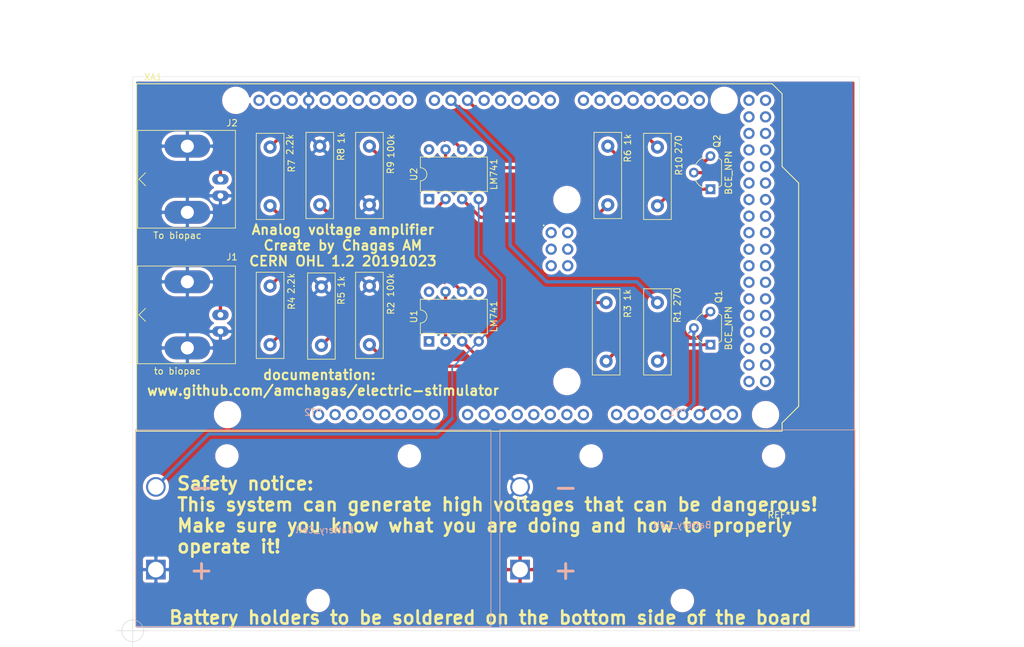
<source format=kicad_pcb>
(kicad_pcb (version 20171130) (host pcbnew 5.1.5-52549c5~84~ubuntu18.04.1)
  (layers (0 F.Cu signal) (31 B.Cu signal) (34 B.Paste user) (35 F.Paste user) (36 B.SilkS user) (37 F.SilkS user) (38 B.Mask user) (39 F.Mask user) (44 Edge.Cuts user))
  (net 0 "")
  (net 1 "Net-(BT1-Pad1)")
  (net 2 GND)
  (net 3 "Net-(BT2-Pad2)")
  (net 4 "Net-(J1-Pad1)")
  (net 5 "Net-(J2-Pad1)")
  (net 6 "Net-(Q1-Pad1)")
  (net 7 "Net-(Q1-Pad3)")
  (net 8 "Net-(Q1-Pad2)")
  (net 9 "Net-(Q2-Pad2)")
  (net 10 "Net-(Q2-Pad3)")
  (net 11 "Net-(Q2-Pad1)")
  (net 12 "Net-(R1-Pad2)")
  (net 13 "Net-(R3-Pad2)")
  (net 14 "Net-(R4-Pad1)")
  (net 15 "Net-(R6-Pad2)")
  (net 16 "Net-(R7-Pad1)")
  (net 17 "Net-(R10-Pad2)")
  (net 18 "Net-(U1-Pad1)")
  (net 19 "Net-(U1-Pad5)")
  (net 20 "Net-(U1-Pad8)")
  (net 21 "Net-(U2-Pad8)")
  (net 22 "Net-(U2-Pad5)")
  (net 23 "Net-(U2-Pad1)")
  (net 24 "Net-(XA1-PadRST2)")
  (net 25 "Net-(XA1-PadGND4)")
  (net 26 "Net-(XA1-PadMOSI)")
  (net 27 "Net-(XA1-PadSCK)")
  (net 28 "Net-(XA1-Pad5V2)")
  (net 29 "Net-(XA1-PadA0)")
  (net 30 "Net-(XA1-PadVIN)")
  (net 31 "Net-(XA1-PadGND3)")
  (net 32 "Net-(XA1-PadGND2)")
  (net 33 "Net-(XA1-Pad5V1)")
  (net 34 "Net-(XA1-Pad3V3)")
  (net 35 "Net-(XA1-PadRST1)")
  (net 36 "Net-(XA1-PadIORF)")
  (net 37 "Net-(XA1-PadD21)")
  (net 38 "Net-(XA1-PadD20)")
  (net 39 "Net-(XA1-PadD19)")
  (net 40 "Net-(XA1-PadD18)")
  (net 41 "Net-(XA1-PadD17)")
  (net 42 "Net-(XA1-PadD16)")
  (net 43 "Net-(XA1-PadD15)")
  (net 44 "Net-(XA1-PadD14)")
  (net 45 "Net-(XA1-PadD0)")
  (net 46 "Net-(XA1-PadD1)")
  (net 47 "Net-(XA1-PadD2)")
  (net 48 "Net-(XA1-PadD3)")
  (net 49 "Net-(XA1-PadD4)")
  (net 50 "Net-(XA1-PadD7)")
  (net 51 "Net-(XA1-PadD8)")
  (net 52 "Net-(XA1-PadD9)")
  (net 53 "Net-(XA1-PadD10)")
  (net 54 "Net-(XA1-PadSCL1)")
  (net 55 "Net-(XA1-PadSDA1)")
  (net 56 "Net-(XA1-PadAREF)")
  (net 57 "Net-(XA1-PadD13)")
  (net 58 "Net-(XA1-PadD12)")
  (net 59 "Net-(XA1-PadD11)")
  (net 60 "Net-(XA1-PadA1)")
  (net 61 "Net-(XA1-PadA2)")
  (net 62 "Net-(XA1-PadA3)")
  (net 63 "Net-(XA1-PadA4)")
  (net 64 "Net-(XA1-PadA5)")
  (net 65 "Net-(XA1-PadA6)")
  (net 66 "Net-(XA1-PadA7)")
  (net 67 "Net-(XA1-PadA8)")
  (net 68 "Net-(XA1-PadA9)")
  (net 69 "Net-(XA1-PadA10)")
  (net 70 "Net-(XA1-PadA11)")
  (net 71 "Net-(XA1-PadCANR)")
  (net 72 "Net-(XA1-PadCANT)")
  (net 73 "Net-(XA1-Pad5V3)")
  (net 74 "Net-(XA1-Pad5V4)")
  (net 75 "Net-(XA1-PadD22)")
  (net 76 "Net-(XA1-PadD23)")
  (net 77 "Net-(XA1-PadD24)")
  (net 78 "Net-(XA1-PadD25)")
  (net 79 "Net-(XA1-PadD26)")
  (net 80 "Net-(XA1-PadD27)")
  (net 81 "Net-(XA1-PadD28)")
  (net 82 "Net-(XA1-PadD29)")
  (net 83 "Net-(XA1-PadD30)")
  (net 84 "Net-(XA1-PadD31)")
  (net 85 "Net-(XA1-PadD32)")
  (net 86 "Net-(XA1-PadD33)")
  (net 87 "Net-(XA1-PadD34)")
  (net 88 "Net-(XA1-PadD35)")
  (net 89 "Net-(XA1-PadD36)")
  (net 90 "Net-(XA1-PadD37)")
  (net 91 "Net-(XA1-PadD38)")
  (net 92 "Net-(XA1-PadD39)")
  (net 93 "Net-(XA1-PadD40)")
  (net 94 "Net-(XA1-PadD41)")
  (net 95 "Net-(XA1-PadD42)")
  (net 96 "Net-(XA1-PadD43)")
  (net 97 "Net-(XA1-PadD44)")
  (net 98 "Net-(XA1-PadD45)")
  (net 99 "Net-(XA1-PadD46)")
  (net 100 "Net-(XA1-PadD47)")
  (net 101 "Net-(XA1-PadD48)")
  (net 102 "Net-(XA1-PadD49)")
  (net 103 "Net-(XA1-PadD50)")
  (net 104 "Net-(XA1-PadD51)")
  (net 105 "Net-(XA1-PadD52)")
  (net 106 "Net-(XA1-PadD53)")
  (net 107 "Net-(XA1-PadGND5)")
  (net 108 "Net-(XA1-PadGND6)")
  (net 109 "Net-(XA1-PadMISO)")
  (module Arduino:Arduino_Due_Shield (layer F.Cu) (at 80.085001 119.455001)
    (fp_text reference XA1 (at 2.54 -54.356) (layer F.SilkS))
    (fp_text value Arduino_Due_Shield)
    (fp_text user . (at 62.484 -32.004) (layer F.SilkS))
    (fp_line (start 0 -53.34) (end 0 0) (layer F.SilkS) (width 0.15))
    (fp_line (start 99.06 -40.64) (end 99.06 -51.816) (layer F.SilkS) (width 0.15))
    (fp_line (start 101.6 -38.1) (end 99.06 -40.64) (layer F.SilkS) (width 0.15))
    (fp_line (start 101.6 -3.81) (end 101.6 -38.1) (layer F.SilkS) (width 0.15))
    (fp_line (start 99.06 -1.27) (end 101.6 -3.81) (layer F.SilkS) (width 0.15))
    (fp_line (start 99.06 0) (end 99.06 -1.27) (layer F.SilkS) (width 0.15))
    (fp_line (start 97.536 -53.34) (end 99.06 -51.816) (layer F.SilkS) (width 0.15))
    (fp_line (start 0 0) (end 99.06 0) (layer F.SilkS) (width 0.15))
    (fp_line (start 0 -53.34) (end 97.536 -53.34) (layer F.SilkS) (width 0.15))
    (pad RST2 thru_hole oval (at 63.627 -25.4) (size 1.7272 1.7272) (drill 1.016) (layers *.Cu *.Mask) (net 24 "Net-(XA1-PadRST2)"))
    (pad GND4 thru_hole oval (at 66.167 -25.4) (size 1.7272 1.7272) (drill 1.016) (layers *.Cu *.Mask) (net 25 "Net-(XA1-PadGND4)"))
    (pad MOSI thru_hole oval (at 66.167 -27.94) (size 1.7272 1.7272) (drill 1.016) (layers *.Cu *.Mask) (net 26 "Net-(XA1-PadMOSI)"))
    (pad SCK thru_hole oval (at 63.627 -27.94) (size 1.7272 1.7272) (drill 1.016) (layers *.Cu *.Mask) (net 27 "Net-(XA1-PadSCK)"))
    (pad 5V2 thru_hole oval (at 66.167 -30.48) (size 1.7272 1.7272) (drill 1.016) (layers *.Cu *.Mask) (net 28 "Net-(XA1-Pad5V2)"))
    (pad A0 thru_hole oval (at 50.8 -2.54) (size 1.7272 1.7272) (drill 1.016) (layers *.Cu *.Mask) (net 29 "Net-(XA1-PadA0)"))
    (pad VIN thru_hole oval (at 45.72 -2.54) (size 1.7272 1.7272) (drill 1.016) (layers *.Cu *.Mask) (net 30 "Net-(XA1-PadVIN)"))
    (pad GND3 thru_hole oval (at 43.18 -2.54) (size 1.7272 1.7272) (drill 1.016) (layers *.Cu *.Mask) (net 31 "Net-(XA1-PadGND3)"))
    (pad GND2 thru_hole oval (at 40.64 -2.54) (size 1.7272 1.7272) (drill 1.016) (layers *.Cu *.Mask) (net 32 "Net-(XA1-PadGND2)"))
    (pad 5V1 thru_hole oval (at 38.1 -2.54) (size 1.7272 1.7272) (drill 1.016) (layers *.Cu *.Mask) (net 33 "Net-(XA1-Pad5V1)"))
    (pad 3V3 thru_hole oval (at 35.56 -2.54) (size 1.7272 1.7272) (drill 1.016) (layers *.Cu *.Mask) (net 34 "Net-(XA1-Pad3V3)"))
    (pad RST1 thru_hole oval (at 33.02 -2.54) (size 1.7272 1.7272) (drill 1.016) (layers *.Cu *.Mask) (net 35 "Net-(XA1-PadRST1)"))
    (pad IORF thru_hole oval (at 30.48 -2.54) (size 1.7272 1.7272) (drill 1.016) (layers *.Cu *.Mask) (net 36 "Net-(XA1-PadIORF)"))
    (pad D21 thru_hole oval (at 86.36 -50.8) (size 1.7272 1.7272) (drill 1.016) (layers *.Cu *.Mask) (net 37 "Net-(XA1-PadD21)"))
    (pad D20 thru_hole oval (at 83.82 -50.8) (size 1.7272 1.7272) (drill 1.016) (layers *.Cu *.Mask) (net 38 "Net-(XA1-PadD20)"))
    (pad D19 thru_hole oval (at 81.28 -50.8) (size 1.7272 1.7272) (drill 1.016) (layers *.Cu *.Mask) (net 39 "Net-(XA1-PadD19)"))
    (pad D18 thru_hole oval (at 78.74 -50.8) (size 1.7272 1.7272) (drill 1.016) (layers *.Cu *.Mask) (net 40 "Net-(XA1-PadD18)"))
    (pad D17 thru_hole oval (at 76.2 -50.8) (size 1.7272 1.7272) (drill 1.016) (layers *.Cu *.Mask) (net 41 "Net-(XA1-PadD17)"))
    (pad D16 thru_hole oval (at 73.66 -50.8) (size 1.7272 1.7272) (drill 1.016) (layers *.Cu *.Mask) (net 42 "Net-(XA1-PadD16)"))
    (pad D15 thru_hole oval (at 71.12 -50.8) (size 1.7272 1.7272) (drill 1.016) (layers *.Cu *.Mask) (net 43 "Net-(XA1-PadD15)"))
    (pad D14 thru_hole oval (at 68.58 -50.8) (size 1.7272 1.7272) (drill 1.016) (layers *.Cu *.Mask) (net 44 "Net-(XA1-PadD14)"))
    (pad D0 thru_hole oval (at 63.5 -50.8) (size 1.7272 1.7272) (drill 1.016) (layers *.Cu *.Mask) (net 45 "Net-(XA1-PadD0)"))
    (pad D1 thru_hole oval (at 60.96 -50.8) (size 1.7272 1.7272) (drill 1.016) (layers *.Cu *.Mask) (net 46 "Net-(XA1-PadD1)"))
    (pad D2 thru_hole oval (at 58.42 -50.8) (size 1.7272 1.7272) (drill 1.016) (layers *.Cu *.Mask) (net 47 "Net-(XA1-PadD2)"))
    (pad D3 thru_hole oval (at 55.88 -50.8) (size 1.7272 1.7272) (drill 1.016) (layers *.Cu *.Mask) (net 48 "Net-(XA1-PadD3)"))
    (pad D4 thru_hole oval (at 53.34 -50.8) (size 1.7272 1.7272) (drill 1.016) (layers *.Cu *.Mask) (net 49 "Net-(XA1-PadD4)"))
    (pad D5 thru_hole oval (at 50.8 -50.8) (size 1.7272 1.7272) (drill 1.016) (layers *.Cu *.Mask) (net 17 "Net-(R10-Pad2)"))
    (pad D6 thru_hole oval (at 48.26 -50.8) (size 1.7272 1.7272) (drill 1.016) (layers *.Cu *.Mask) (net 12 "Net-(R1-Pad2)"))
    (pad D7 thru_hole oval (at 45.72 -50.8) (size 1.7272 1.7272) (drill 1.016) (layers *.Cu *.Mask) (net 50 "Net-(XA1-PadD7)"))
    (pad GND1 thru_hole oval (at 26.416 -50.8) (size 1.7272 1.7272) (drill 1.016) (layers *.Cu *.Mask) (net 2 GND))
    (pad D8 thru_hole oval (at 41.656 -50.8) (size 1.7272 1.7272) (drill 1.016) (layers *.Cu *.Mask) (net 51 "Net-(XA1-PadD8)"))
    (pad D9 thru_hole oval (at 39.116 -50.8) (size 1.7272 1.7272) (drill 1.016) (layers *.Cu *.Mask) (net 52 "Net-(XA1-PadD9)"))
    (pad D10 thru_hole oval (at 36.576 -50.8) (size 1.7272 1.7272) (drill 1.016) (layers *.Cu *.Mask) (net 53 "Net-(XA1-PadD10)"))
    (pad "" np_thru_hole circle (at 66.04 -7.62) (size 3.2 3.2) (drill 3.2) (layers *.Cu *.Mask))
    (pad "" np_thru_hole circle (at 66.04 -35.56) (size 3.2 3.2) (drill 3.2) (layers *.Cu *.Mask))
    (pad "" np_thru_hole circle (at 90.17 -50.8) (size 3.2 3.2) (drill 3.2) (layers *.Cu *.Mask))
    (pad "" np_thru_hole circle (at 15.24 -50.8) (size 3.2 3.2) (drill 3.2) (layers *.Cu *.Mask))
    (pad "" np_thru_hole circle (at 96.52 -2.54) (size 3.2 3.2) (drill 3.2) (layers *.Cu *.Mask))
    (pad "" np_thru_hole circle (at 13.97 -2.54) (size 3.2 3.2) (drill 3.2) (layers *.Cu *.Mask))
    (pad SCL1 thru_hole oval (at 18.796 -50.8) (size 1.7272 1.7272) (drill 1.016) (layers *.Cu *.Mask) (net 54 "Net-(XA1-PadSCL1)"))
    (pad SDA1 thru_hole oval (at 21.336 -50.8) (size 1.7272 1.7272) (drill 1.016) (layers *.Cu *.Mask) (net 55 "Net-(XA1-PadSDA1)"))
    (pad AREF thru_hole oval (at 23.876 -50.8) (size 1.7272 1.7272) (drill 1.016) (layers *.Cu *.Mask) (net 56 "Net-(XA1-PadAREF)"))
    (pad D13 thru_hole oval (at 28.956 -50.8) (size 1.7272 1.7272) (drill 1.016) (layers *.Cu *.Mask) (net 57 "Net-(XA1-PadD13)"))
    (pad D12 thru_hole oval (at 31.496 -50.8) (size 1.7272 1.7272) (drill 1.016) (layers *.Cu *.Mask) (net 58 "Net-(XA1-PadD12)"))
    (pad D11 thru_hole oval (at 34.036 -50.8) (size 1.7272 1.7272) (drill 1.016) (layers *.Cu *.Mask) (net 59 "Net-(XA1-PadD11)"))
    (pad "" thru_hole oval (at 27.94 -2.54) (size 1.7272 1.7272) (drill 1.016) (layers *.Cu *.Mask))
    (pad A1 thru_hole oval (at 53.34 -2.54) (size 1.7272 1.7272) (drill 1.016) (layers *.Cu *.Mask) (net 60 "Net-(XA1-PadA1)"))
    (pad A2 thru_hole oval (at 55.88 -2.54) (size 1.7272 1.7272) (drill 1.016) (layers *.Cu *.Mask) (net 61 "Net-(XA1-PadA2)"))
    (pad A3 thru_hole oval (at 58.42 -2.54) (size 1.7272 1.7272) (drill 1.016) (layers *.Cu *.Mask) (net 62 "Net-(XA1-PadA3)"))
    (pad A4 thru_hole oval (at 60.96 -2.54) (size 1.7272 1.7272) (drill 1.016) (layers *.Cu *.Mask) (net 63 "Net-(XA1-PadA4)"))
    (pad A5 thru_hole oval (at 63.5 -2.54) (size 1.7272 1.7272) (drill 1.016) (layers *.Cu *.Mask) (net 64 "Net-(XA1-PadA5)"))
    (pad A6 thru_hole oval (at 66.04 -2.54) (size 1.7272 1.7272) (drill 1.016) (layers *.Cu *.Mask) (net 65 "Net-(XA1-PadA6)"))
    (pad A7 thru_hole oval (at 68.58 -2.54) (size 1.7272 1.7272) (drill 1.016) (layers *.Cu *.Mask) (net 66 "Net-(XA1-PadA7)"))
    (pad A8 thru_hole oval (at 73.66 -2.54) (size 1.7272 1.7272) (drill 1.016) (layers *.Cu *.Mask) (net 67 "Net-(XA1-PadA8)"))
    (pad A9 thru_hole oval (at 76.2 -2.54) (size 1.7272 1.7272) (drill 1.016) (layers *.Cu *.Mask) (net 68 "Net-(XA1-PadA9)"))
    (pad A10 thru_hole oval (at 78.74 -2.54) (size 1.7272 1.7272) (drill 1.016) (layers *.Cu *.Mask) (net 69 "Net-(XA1-PadA10)"))
    (pad A11 thru_hole oval (at 81.28 -2.54) (size 1.7272 1.7272) (drill 1.016) (layers *.Cu *.Mask) (net 70 "Net-(XA1-PadA11)"))
    (pad DAC0 thru_hole oval (at 83.82 -2.54) (size 1.7272 1.7272) (drill 1.016) (layers *.Cu *.Mask) (net 8 "Net-(Q1-Pad2)"))
    (pad DAC1 thru_hole oval (at 86.36 -2.54) (size 1.7272 1.7272) (drill 1.016) (layers *.Cu *.Mask) (net 9 "Net-(Q2-Pad2)"))
    (pad CANR thru_hole oval (at 88.9 -2.54) (size 1.7272 1.7272) (drill 1.016) (layers *.Cu *.Mask) (net 71 "Net-(XA1-PadCANR)"))
    (pad CANT thru_hole oval (at 91.44 -2.54) (size 1.7272 1.7272) (drill 1.016) (layers *.Cu *.Mask) (net 72 "Net-(XA1-PadCANT)"))
    (pad 5V3 thru_hole oval (at 93.98 -50.8) (size 1.7272 1.7272) (drill 1.016) (layers *.Cu *.Mask) (net 73 "Net-(XA1-Pad5V3)"))
    (pad 5V4 thru_hole oval (at 96.52 -50.8) (size 1.7272 1.7272) (drill 1.016) (layers *.Cu *.Mask) (net 74 "Net-(XA1-Pad5V4)"))
    (pad D22 thru_hole oval (at 93.98 -48.26) (size 1.7272 1.7272) (drill 1.016) (layers *.Cu *.Mask) (net 75 "Net-(XA1-PadD22)"))
    (pad D23 thru_hole oval (at 96.52 -48.26) (size 1.7272 1.7272) (drill 1.016) (layers *.Cu *.Mask) (net 76 "Net-(XA1-PadD23)"))
    (pad D24 thru_hole oval (at 93.98 -45.72) (size 1.7272 1.7272) (drill 1.016) (layers *.Cu *.Mask) (net 77 "Net-(XA1-PadD24)"))
    (pad D25 thru_hole oval (at 96.52 -45.72) (size 1.7272 1.7272) (drill 1.016) (layers *.Cu *.Mask) (net 78 "Net-(XA1-PadD25)"))
    (pad D26 thru_hole oval (at 93.98 -43.18) (size 1.7272 1.7272) (drill 1.016) (layers *.Cu *.Mask) (net 79 "Net-(XA1-PadD26)"))
    (pad D27 thru_hole oval (at 96.52 -43.18) (size 1.7272 1.7272) (drill 1.016) (layers *.Cu *.Mask) (net 80 "Net-(XA1-PadD27)"))
    (pad D28 thru_hole oval (at 93.98 -40.64) (size 1.7272 1.7272) (drill 1.016) (layers *.Cu *.Mask) (net 81 "Net-(XA1-PadD28)"))
    (pad D29 thru_hole oval (at 96.52 -40.64) (size 1.7272 1.7272) (drill 1.016) (layers *.Cu *.Mask) (net 82 "Net-(XA1-PadD29)"))
    (pad D30 thru_hole oval (at 93.98 -38.1) (size 1.7272 1.7272) (drill 1.016) (layers *.Cu *.Mask) (net 83 "Net-(XA1-PadD30)"))
    (pad D31 thru_hole oval (at 96.52 -38.1) (size 1.7272 1.7272) (drill 1.016) (layers *.Cu *.Mask) (net 84 "Net-(XA1-PadD31)"))
    (pad D32 thru_hole oval (at 93.98 -35.56) (size 1.7272 1.7272) (drill 1.016) (layers *.Cu *.Mask) (net 85 "Net-(XA1-PadD32)"))
    (pad D33 thru_hole oval (at 96.52 -35.56) (size 1.7272 1.7272) (drill 1.016) (layers *.Cu *.Mask) (net 86 "Net-(XA1-PadD33)"))
    (pad D34 thru_hole oval (at 93.98 -33.02) (size 1.7272 1.7272) (drill 1.016) (layers *.Cu *.Mask) (net 87 "Net-(XA1-PadD34)"))
    (pad D35 thru_hole oval (at 96.52 -33.02) (size 1.7272 1.7272) (drill 1.016) (layers *.Cu *.Mask) (net 88 "Net-(XA1-PadD35)"))
    (pad D36 thru_hole oval (at 93.98 -30.48) (size 1.7272 1.7272) (drill 1.016) (layers *.Cu *.Mask) (net 89 "Net-(XA1-PadD36)"))
    (pad D37 thru_hole oval (at 96.52 -30.48) (size 1.7272 1.7272) (drill 1.016) (layers *.Cu *.Mask) (net 90 "Net-(XA1-PadD37)"))
    (pad D38 thru_hole oval (at 93.98 -27.94) (size 1.7272 1.7272) (drill 1.016) (layers *.Cu *.Mask) (net 91 "Net-(XA1-PadD38)"))
    (pad D39 thru_hole oval (at 96.52 -27.94) (size 1.7272 1.7272) (drill 1.016) (layers *.Cu *.Mask) (net 92 "Net-(XA1-PadD39)"))
    (pad D40 thru_hole oval (at 93.98 -25.4) (size 1.7272 1.7272) (drill 1.016) (layers *.Cu *.Mask) (net 93 "Net-(XA1-PadD40)"))
    (pad D41 thru_hole oval (at 96.52 -25.4) (size 1.7272 1.7272) (drill 1.016) (layers *.Cu *.Mask) (net 94 "Net-(XA1-PadD41)"))
    (pad D42 thru_hole oval (at 93.98 -22.86) (size 1.7272 1.7272) (drill 1.016) (layers *.Cu *.Mask) (net 95 "Net-(XA1-PadD42)"))
    (pad D43 thru_hole oval (at 96.52 -22.86) (size 1.7272 1.7272) (drill 1.016) (layers *.Cu *.Mask) (net 96 "Net-(XA1-PadD43)"))
    (pad D44 thru_hole oval (at 93.98 -20.32) (size 1.7272 1.7272) (drill 1.016) (layers *.Cu *.Mask) (net 97 "Net-(XA1-PadD44)"))
    (pad D45 thru_hole oval (at 96.52 -20.32) (size 1.7272 1.7272) (drill 1.016) (layers *.Cu *.Mask) (net 98 "Net-(XA1-PadD45)"))
    (pad D46 thru_hole oval (at 93.98 -17.78) (size 1.7272 1.7272) (drill 1.016) (layers *.Cu *.Mask) (net 99 "Net-(XA1-PadD46)"))
    (pad D47 thru_hole oval (at 96.52 -17.78) (size 1.7272 1.7272) (drill 1.016) (layers *.Cu *.Mask) (net 100 "Net-(XA1-PadD47)"))
    (pad D48 thru_hole oval (at 93.98 -15.24) (size 1.7272 1.7272) (drill 1.016) (layers *.Cu *.Mask) (net 101 "Net-(XA1-PadD48)"))
    (pad D49 thru_hole oval (at 96.52 -15.24) (size 1.7272 1.7272) (drill 1.016) (layers *.Cu *.Mask) (net 102 "Net-(XA1-PadD49)"))
    (pad D50 thru_hole oval (at 93.98 -12.7) (size 1.7272 1.7272) (drill 1.016) (layers *.Cu *.Mask) (net 103 "Net-(XA1-PadD50)"))
    (pad D51 thru_hole oval (at 96.52 -12.7) (size 1.7272 1.7272) (drill 1.016) (layers *.Cu *.Mask) (net 104 "Net-(XA1-PadD51)"))
    (pad D52 thru_hole oval (at 93.98 -10.16) (size 1.7272 1.7272) (drill 1.016) (layers *.Cu *.Mask) (net 105 "Net-(XA1-PadD52)"))
    (pad D53 thru_hole oval (at 96.52 -10.16) (size 1.7272 1.7272) (drill 1.016) (layers *.Cu *.Mask) (net 106 "Net-(XA1-PadD53)"))
    (pad GND5 thru_hole oval (at 93.98 -7.62) (size 1.7272 1.7272) (drill 1.016) (layers *.Cu *.Mask) (net 107 "Net-(XA1-PadGND5)"))
    (pad GND6 thru_hole oval (at 96.52 -7.62) (size 1.7272 1.7272) (drill 1.016) (layers *.Cu *.Mask) (net 108 "Net-(XA1-PadGND6)"))
    (pad MISO thru_hole oval (at 63.627 -30.48) (size 1.7272 1.7272) (drill 1.016) (layers *.Cu *.Mask) (net 109 "Net-(XA1-PadMISO)"))
  )
  (module Symbol:Symbol_Highvoltage_Type2_CopperTop_Small (layer F.Cu) (at 179.07 142.494)
    (fp_text reference REF** (at 0 -10.16) (layer F.SilkS))
    (fp_text value Symbol_Highvoltage_Type2_CopperTop_Small)
    (fp_line (start -1.143 1.397) (end -1.27 0.889) (layer F.Cu) (width 0.381))
    (fp_line (start 0 -0.889) (end -1.143 1.397) (layer F.Cu) (width 0.381))
    (fp_line (start -1.397 -0.889) (end 0 -0.889) (layer F.Cu) (width 0.381))
    (fp_line (start 0.127 -3.175) (end -1.397 -0.889) (layer F.Cu) (width 0.381))
    (fp_line (start 0.381 -2.794) (end 0.254 -3.302) (layer F.Cu) (width 0.381))
    (fp_line (start 1.143 -3.302) (end 0.381 -2.794) (layer F.Cu) (width 0.381))
    (fp_line (start -0.635 -1.27) (end 1.143 -3.302) (layer F.Cu) (width 0.381))
    (fp_line (start 0.635 -1.27) (end -0.635 -1.27) (layer F.Cu) (width 0.381))
    (fp_line (start -1.143 1.524) (end 0.635 -1.27) (layer F.Cu) (width 0.381))
    (fp_line (start -0.635 1.27) (end -1.143 1.524) (layer F.Cu) (width 0.381))
    (fp_line (start -1.397 1.905) (end -0.635 1.27) (layer F.Cu) (width 0.381))
    (fp_line (start -1.27 0.889) (end -1.397 1.905) (layer F.Cu) (width 0.381))
    (fp_line (start -1.016 -1.016) (end 0.254 -1.016) (layer F.Cu) (width 0.381))
    (fp_line (start 0.381 -2.921) (end -1.016 -1.016) (layer F.Cu) (width 0.381))
    (fp_line (start -8.89 3.81) (end 0 -7.62) (layer F.Cu) (width 1.27))
    (fp_line (start 8.89 3.81) (end -8.89 3.81) (layer F.Cu) (width 1.27))
    (fp_line (start 0 -7.62) (end 8.89 3.81) (layer F.Cu) (width 1.27))
  )
  (module Battery:BatteryHolder_Eagle_12BH611-GR (layer B.Cu) (at 138.938 140.716 180)
    (fp_text reference BT1 (at -24.13 24.13) (layer B.SilkS) (effects (justify mirror)))
    (fp_text value Battery_Cell (at -24.892 6.858) (layer B.SilkS) (effects (justify mirror)))
    (fp_text user - (at -7 12.7) (layer B.SilkS) (effects (font (size 3 3) (thickness 0.45)) (justify mirror)))
    (fp_text user + (at -7 0) (layer B.SilkS) (effects (font (size 3 3) (thickness 0.45)) (justify mirror)))
    (fp_line (start -51.4 -8.75) (end -51.4 21.45) (layer B.SilkS) (width 0.12))
    (fp_line (start 3.1 -8.75) (end -51.4 -8.75) (layer B.SilkS) (width 0.12))
    (fp_line (start 3.1 21.45) (end 3.1 -8.75) (layer B.SilkS) (width 0.12))
    (fp_line (start -51.4 21.45) (end 3.1 21.45) (layer B.SilkS) (width 0.12))
    (pad "" np_thru_hole circle (at -24.9 -4.75 180) (size 2.6 2.6) (drill 2.6) (layers *.Cu *.Mask))
    (pad "" np_thru_hole circle (at -38.9 17.45 180) (size 2.6 2.6) (drill 2.6) (layers *.Cu *.Mask))
    (pad "" np_thru_hole circle (at -10.9 17.45 180) (size 2.6 2.6) (drill 2.6) (layers *.Cu *.Mask))
    (pad 1 thru_hole rect (at 0 0 180) (size 3 3) (drill 2.4) (layers *.Cu *.Mask) (net 1 "Net-(BT1-Pad1)"))
    (pad 2 thru_hole circle (at 0 12.7 180) (size 3 3) (drill 2.4) (layers *.Cu *.Mask) (net 2 GND))
  )
  (module Resistor_THT:R_Box_L13.0mm_W4.0mm_P9.00mm (layer F.Cu) (at 108.204 75.692 270)
    (fp_text reference R8 (at 1.27 -3.25 90) (layer F.SilkS))
    (fp_text value 1k (at -1.27 -3.302 90) (layer F.SilkS))
    (fp_line (start 11.12 -2.12) (end 11.12 2.12) (layer F.SilkS) (width 0.12))
    (fp_line (start -2.12 -2.12) (end -2.12 2.12) (layer F.SilkS) (width 0.12))
    (fp_line (start -2.12 2.12) (end 11.12 2.12) (layer F.SilkS) (width 0.12))
    (fp_line (start -2.12 -2.12) (end 11.12 -2.12) (layer F.SilkS) (width 0.12))
    (pad 2 thru_hole circle (at 9 0 270) (size 2 2) (drill 1) (layers *.Cu *.Mask) (net 16 "Net-(R7-Pad1)"))
    (pad 1 thru_hole circle (at 0 0 270) (size 2 2) (drill 1) (layers *.Cu *.Mask) (net 2 GND))
  )
  (module Battery:BatteryHolder_Eagle_12BH611-GR (layer B.Cu) (at 83.058 140.716 180)
    (fp_text reference BT2 (at -24.13 24.13) (layer B.SilkS) (effects (justify mirror)))
    (fp_text value Battery_Cell (at -25.908 6.096 180) (layer B.SilkS) (effects (justify mirror)))
    (fp_line (start -51.4 21.45) (end 3.1 21.45) (layer B.SilkS) (width 0.12))
    (fp_line (start 3.1 21.45) (end 3.1 -8.75) (layer B.SilkS) (width 0.12))
    (fp_line (start 3.1 -8.75) (end -51.4 -8.75) (layer B.SilkS) (width 0.12))
    (fp_line (start -51.4 -8.75) (end -51.4 21.45) (layer B.SilkS) (width 0.12))
    (fp_text user + (at -7 0) (layer B.SilkS) (effects (font (size 3 3) (thickness 0.45)) (justify mirror)))
    (fp_text user - (at -7 12.7) (layer B.SilkS) (effects (font (size 3 3) (thickness 0.45)) (justify mirror)))
    (pad 2 thru_hole circle (at 0 12.7 180) (size 3 3) (drill 2.4) (layers *.Cu *.Mask) (net 3 "Net-(BT2-Pad2)"))
    (pad 1 thru_hole rect (at 0 0 180) (size 3 3) (drill 2.4) (layers *.Cu *.Mask) (net 2 GND))
    (pad "" np_thru_hole circle (at -10.9 17.45 180) (size 2.6 2.6) (drill 2.6) (layers *.Cu *.Mask))
    (pad "" np_thru_hole circle (at -38.9 17.45 180) (size 2.6 2.6) (drill 2.6) (layers *.Cu *.Mask))
    (pad "" np_thru_hole circle (at -24.9 -4.75 180) (size 2.6 2.6) (drill 2.6) (layers *.Cu *.Mask))
  )
  (module Connector_Coaxial:BNC_Amphenol_B6252HB-NPP3G-50_Horizontal (layer F.Cu) (at 92.964 101.6 90)
    (fp_text reference J1 (at 8.89 1.778 180) (layer F.SilkS))
    (fp_text value "to biopac" (at -8.636 -6.604 180) (layer F.SilkS))
    (fp_line (start -7.5 -12.7) (end 7.5 -12.7) (layer F.SilkS) (width 0.12))
    (fp_line (start 7.5 -12.7) (end 7.5 2.3) (layer F.SilkS) (width 0.12))
    (fp_line (start 7.5 2.3) (end -7.5 2.3) (layer F.SilkS) (width 0.12))
    (fp_line (start -7.5 2.3) (end -7.5 -12.7) (layer F.SilkS) (width 0.12))
    (fp_line (start 0 -12.5) (end -1 -11.5) (layer F.SilkS) (width 0.12))
    (fp_line (start 0 -12.5) (end 1 -11.5) (layer F.SilkS) (width 0.12))
    (pad 2 thru_hole oval (at -5.08 -5.08 90) (size 3.5 7) (drill 2.01) (layers *.Cu *.Mask) (net 2 GND))
    (pad 2 thru_hole oval (at 5.08 -5.08 90) (size 3.5 7) (drill 2.01) (layers *.Cu *.Mask) (net 2 GND))
    (pad 1 thru_hole oval (at 0 0 90) (size 1.6 2.5) (drill 0.89) (layers *.Cu *.Mask) (net 4 "Net-(J1-Pad1)"))
    (pad 2 thru_hole oval (at -2.54 0 90) (size 1.6 2.5) (drill 0.89) (layers *.Cu *.Mask) (net 2 GND))
  )
  (module Connector_Coaxial:BNC_Amphenol_B6252HB-NPP3G-50_Horizontal (layer F.Cu) (at 92.964 80.772 90)
    (fp_text reference J2 (at 8.636 1.778 180) (layer F.SilkS))
    (fp_text value "To biopac" (at -8.636 -6.604) (layer F.SilkS))
    (fp_line (start 0 -12.5) (end 1 -11.5) (layer F.SilkS) (width 0.12))
    (fp_line (start 0 -12.5) (end -1 -11.5) (layer F.SilkS) (width 0.12))
    (fp_line (start -7.5 2.3) (end -7.5 -12.7) (layer F.SilkS) (width 0.12))
    (fp_line (start 7.5 2.3) (end -7.5 2.3) (layer F.SilkS) (width 0.12))
    (fp_line (start 7.5 -12.7) (end 7.5 2.3) (layer F.SilkS) (width 0.12))
    (fp_line (start -7.5 -12.7) (end 7.5 -12.7) (layer F.SilkS) (width 0.12))
    (pad 2 thru_hole oval (at -2.54 0 90) (size 1.6 2.5) (drill 0.89) (layers *.Cu *.Mask) (net 2 GND))
    (pad 1 thru_hole oval (at 0 0 90) (size 1.6 2.5) (drill 0.89) (layers *.Cu *.Mask) (net 5 "Net-(J2-Pad1)"))
    (pad 2 thru_hole oval (at 5.08 -5.08 90) (size 3.5 7) (drill 2.01) (layers *.Cu *.Mask) (net 2 GND))
    (pad 2 thru_hole oval (at -5.08 -5.08 90) (size 3.5 7) (drill 2.01) (layers *.Cu *.Mask) (net 2 GND))
  )
  (module Package_TO_SOT_THT:TO-92L_Wide (layer F.Cu) (at 168.148 106.172 90)
    (fp_text reference Q1 (at 7.366 1.27 90) (layer F.SilkS))
    (fp_text value BCE_NPN (at 2.54 2.79 90) (layer F.SilkS))
    (fp_arc (start 2.54 0) (end 4.45 1.7) (angle -15.88591585) (layer F.SilkS) (width 0.12))
    (fp_arc (start 2.54 0) (end 3.6 -2.35) (angle 40.72153779) (layer F.SilkS) (width 0.12))
    (fp_arc (start 2.54 0) (end 1.45 -2.35) (angle -40.11670855) (layer F.SilkS) (width 0.12))
    (fp_arc (start 2.54 0) (end 0.6 1.7) (angle 15.44288892) (layer F.SilkS) (width 0.12))
    (fp_line (start 0.6 1.7) (end 4.45 1.7) (layer F.SilkS) (width 0.12))
    (pad 1 thru_hole rect (at 0 0 180) (size 1.5 1.5) (drill 0.8) (layers *.Cu *.Mask) (net 6 "Net-(Q1-Pad1)"))
    (pad 3 thru_hole circle (at 5.08 0 180) (size 1.5 1.5) (drill 0.8) (layers *.Cu *.Mask) (net 7 "Net-(Q1-Pad3)"))
    (pad 2 thru_hole circle (at 2.54 -2.54 180) (size 1.5 1.5) (drill 0.8) (layers *.Cu *.Mask) (net 8 "Net-(Q1-Pad2)"))
  )
  (module Package_TO_SOT_THT:TO-92L_Wide (layer F.Cu) (at 168.148 82.296 90)
    (fp_text reference Q2 (at 7.366 1.016 90) (layer F.SilkS))
    (fp_text value BCE_NPN (at 2.54 2.79 90) (layer F.SilkS))
    (fp_line (start 0.6 1.7) (end 4.45 1.7) (layer F.SilkS) (width 0.12))
    (fp_arc (start 2.54 0) (end 0.6 1.7) (angle 15.44288892) (layer F.SilkS) (width 0.12))
    (fp_arc (start 2.54 0) (end 1.45 -2.35) (angle -40.11670855) (layer F.SilkS) (width 0.12))
    (fp_arc (start 2.54 0) (end 3.6 -2.35) (angle 40.72153779) (layer F.SilkS) (width 0.12))
    (fp_arc (start 2.54 0) (end 4.45 1.7) (angle -15.88591585) (layer F.SilkS) (width 0.12))
    (pad 2 thru_hole circle (at 2.54 -2.54 180) (size 1.5 1.5) (drill 0.8) (layers *.Cu *.Mask) (net 9 "Net-(Q2-Pad2)"))
    (pad 3 thru_hole circle (at 5.08 0 180) (size 1.5 1.5) (drill 0.8) (layers *.Cu *.Mask) (net 10 "Net-(Q2-Pad3)"))
    (pad 1 thru_hole rect (at 0 0 180) (size 1.5 1.5) (drill 0.8) (layers *.Cu *.Mask) (net 11 "Net-(Q2-Pad1)"))
  )
  (module Resistor_THT:R_Box_L13.0mm_W4.0mm_P9.00mm (layer F.Cu) (at 160.02 108.712 90)
    (fp_text reference R1 (at 6.858 3.048 90) (layer F.SilkS))
    (fp_text value 270 (at 9.906 3.048 90) (layer F.SilkS))
    (fp_line (start 11.12 -2.12) (end 11.12 2.12) (layer F.SilkS) (width 0.12))
    (fp_line (start -2.12 -2.12) (end -2.12 2.12) (layer F.SilkS) (width 0.12))
    (fp_line (start -2.12 2.12) (end 11.12 2.12) (layer F.SilkS) (width 0.12))
    (fp_line (start -2.12 -2.12) (end 11.12 -2.12) (layer F.SilkS) (width 0.12))
    (pad 2 thru_hole circle (at 9 0 90) (size 2 2) (drill 1) (layers *.Cu *.Mask) (net 12 "Net-(R1-Pad2)"))
    (pad 1 thru_hole circle (at 0 0 90) (size 2 2) (drill 1) (layers *.Cu *.Mask) (net 6 "Net-(Q1-Pad1)"))
  )
  (module Resistor_THT:R_Box_L13.0mm_W4.0mm_P9.00mm (layer F.Cu) (at 115.824 106.172 90)
    (fp_text reference R2 (at 5.588 3.302 90) (layer F.SilkS))
    (fp_text value 100k (at 9.144 3.25 90) (layer F.SilkS))
    (fp_line (start -2.12 -2.12) (end 11.12 -2.12) (layer F.SilkS) (width 0.12))
    (fp_line (start -2.12 2.12) (end 11.12 2.12) (layer F.SilkS) (width 0.12))
    (fp_line (start -2.12 -2.12) (end -2.12 2.12) (layer F.SilkS) (width 0.12))
    (fp_line (start 11.12 -2.12) (end 11.12 2.12) (layer F.SilkS) (width 0.12))
    (pad 1 thru_hole circle (at 0 0 90) (size 2 2) (drill 1) (layers *.Cu *.Mask) (net 7 "Net-(Q1-Pad3)"))
    (pad 2 thru_hole circle (at 9 0 90) (size 2 2) (drill 1) (layers *.Cu *.Mask) (net 2 GND))
  )
  (module Resistor_THT:R_Box_L13.0mm_W4.0mm_P9.00mm (layer F.Cu) (at 152.146 108.712 90)
    (fp_text reference R3 (at 7.62 3.302 90) (layer F.SilkS))
    (fp_text value 1k (at 10.16 3.25 90) (layer F.SilkS))
    (fp_line (start 11.12 -2.12) (end 11.12 2.12) (layer F.SilkS) (width 0.12))
    (fp_line (start -2.12 -2.12) (end -2.12 2.12) (layer F.SilkS) (width 0.12))
    (fp_line (start -2.12 2.12) (end 11.12 2.12) (layer F.SilkS) (width 0.12))
    (fp_line (start -2.12 -2.12) (end 11.12 -2.12) (layer F.SilkS) (width 0.12))
    (pad 2 thru_hole circle (at 9 0 90) (size 2 2) (drill 1) (layers *.Cu *.Mask) (net 13 "Net-(R3-Pad2)"))
    (pad 1 thru_hole circle (at 0 0 90) (size 2 2) (drill 1) (layers *.Cu *.Mask) (net 7 "Net-(Q1-Pad3)"))
  )
  (module Resistor_THT:R_Box_L13.0mm_W4.0mm_P9.00mm (layer F.Cu) (at 100.584 106.172 90)
    (fp_text reference R4 (at 6.35 3.302 90) (layer F.SilkS))
    (fp_text value 2.2k (at 9.398 3.25 90) (layer F.SilkS))
    (fp_line (start -2.12 -2.12) (end 11.12 -2.12) (layer F.SilkS) (width 0.12))
    (fp_line (start -2.12 2.12) (end 11.12 2.12) (layer F.SilkS) (width 0.12))
    (fp_line (start -2.12 -2.12) (end -2.12 2.12) (layer F.SilkS) (width 0.12))
    (fp_line (start 11.12 -2.12) (end 11.12 2.12) (layer F.SilkS) (width 0.12))
    (pad 1 thru_hole circle (at 0 0 90) (size 2 2) (drill 1) (layers *.Cu *.Mask) (net 14 "Net-(R4-Pad1)"))
    (pad 2 thru_hole circle (at 9 0 90) (size 2 2) (drill 1) (layers *.Cu *.Mask) (net 4 "Net-(J1-Pad1)"))
  )
  (module Resistor_THT:R_Box_L13.0mm_W4.0mm_P9.00mm (layer F.Cu) (at 108.458 97.282 270)
    (fp_text reference R5 (at 1.778 -3.048 90) (layer F.SilkS))
    (fp_text value 1k (at -0.762 -3.048 90) (layer F.SilkS))
    (fp_line (start -2.12 -2.12) (end 11.12 -2.12) (layer F.SilkS) (width 0.12))
    (fp_line (start -2.12 2.12) (end 11.12 2.12) (layer F.SilkS) (width 0.12))
    (fp_line (start -2.12 -2.12) (end -2.12 2.12) (layer F.SilkS) (width 0.12))
    (fp_line (start 11.12 -2.12) (end 11.12 2.12) (layer F.SilkS) (width 0.12))
    (pad 1 thru_hole circle (at 0 0 270) (size 2 2) (drill 1) (layers *.Cu *.Mask) (net 2 GND))
    (pad 2 thru_hole circle (at 9 0 270) (size 2 2) (drill 1) (layers *.Cu *.Mask) (net 14 "Net-(R4-Pad1)"))
  )
  (module Resistor_THT:R_Box_L13.0mm_W4.0mm_P9.00mm (layer F.Cu) (at 152.4 75.692 270)
    (fp_text reference R6 (at 1.524 -3.048 90) (layer F.SilkS))
    (fp_text value 1k (at -1.016 -3.048 90) (layer F.SilkS))
    (fp_line (start -2.12 -2.12) (end 11.12 -2.12) (layer F.SilkS) (width 0.12))
    (fp_line (start -2.12 2.12) (end 11.12 2.12) (layer F.SilkS) (width 0.12))
    (fp_line (start -2.12 -2.12) (end -2.12 2.12) (layer F.SilkS) (width 0.12))
    (fp_line (start 11.12 -2.12) (end 11.12 2.12) (layer F.SilkS) (width 0.12))
    (pad 1 thru_hole circle (at 0 0 270) (size 2 2) (drill 1) (layers *.Cu *.Mask) (net 10 "Net-(Q2-Pad3)"))
    (pad 2 thru_hole circle (at 9 0 270) (size 2 2) (drill 1) (layers *.Cu *.Mask) (net 15 "Net-(R6-Pad2)"))
  )
  (module Resistor_THT:R_Box_L13.0mm_W4.0mm_P9.00mm (layer F.Cu) (at 100.584 84.836 90)
    (fp_text reference R7 (at 6.096 3.302 90) (layer F.SilkS))
    (fp_text value 2.2k (at 9.398 3.048 90) (layer F.SilkS))
    (fp_line (start 11.12 -2.12) (end 11.12 2.12) (layer F.SilkS) (width 0.12))
    (fp_line (start -2.12 -2.12) (end -2.12 2.12) (layer F.SilkS) (width 0.12))
    (fp_line (start -2.12 2.12) (end 11.12 2.12) (layer F.SilkS) (width 0.12))
    (fp_line (start -2.12 -2.12) (end 11.12 -2.12) (layer F.SilkS) (width 0.12))
    (pad 2 thru_hole circle (at 9 0 90) (size 2 2) (drill 1) (layers *.Cu *.Mask) (net 5 "Net-(J2-Pad1)"))
    (pad 1 thru_hole circle (at 0 0 90) (size 2 2) (drill 1) (layers *.Cu *.Mask) (net 16 "Net-(R7-Pad1)"))
  )
  (module Resistor_THT:R_Box_L13.0mm_W4.0mm_P9.00mm (layer F.Cu) (at 115.824 75.692 270)
    (fp_text reference R9 (at 3.302 -3.25 90) (layer F.SilkS))
    (fp_text value 100k (at 0 -3.302 90) (layer F.SilkS))
    (fp_line (start 11.12 -2.12) (end 11.12 2.12) (layer F.SilkS) (width 0.12))
    (fp_line (start -2.12 -2.12) (end -2.12 2.12) (layer F.SilkS) (width 0.12))
    (fp_line (start -2.12 2.12) (end 11.12 2.12) (layer F.SilkS) (width 0.12))
    (fp_line (start -2.12 -2.12) (end 11.12 -2.12) (layer F.SilkS) (width 0.12))
    (pad 2 thru_hole circle (at 9 0 270) (size 2 2) (drill 1) (layers *.Cu *.Mask) (net 2 GND))
    (pad 1 thru_hole circle (at 0 0 270) (size 2 2) (drill 1) (layers *.Cu *.Mask) (net 10 "Net-(Q2-Pad3)"))
  )
  (module Resistor_THT:R_Box_L13.0mm_W4.0mm_P9.00mm (layer F.Cu) (at 160.02 84.836 90)
    (fp_text reference R10 (at 6.096 3.302 90) (layer F.SilkS))
    (fp_text value 270 (at 9.398 3.25 90) (layer F.SilkS))
    (fp_line (start -2.12 -2.12) (end 11.12 -2.12) (layer F.SilkS) (width 0.12))
    (fp_line (start -2.12 2.12) (end 11.12 2.12) (layer F.SilkS) (width 0.12))
    (fp_line (start -2.12 -2.12) (end -2.12 2.12) (layer F.SilkS) (width 0.12))
    (fp_line (start 11.12 -2.12) (end 11.12 2.12) (layer F.SilkS) (width 0.12))
    (pad 1 thru_hole circle (at 0 0 90) (size 2 2) (drill 1) (layers *.Cu *.Mask) (net 11 "Net-(Q2-Pad1)"))
    (pad 2 thru_hole circle (at 9 0 90) (size 2 2) (drill 1) (layers *.Cu *.Mask) (net 17 "Net-(R10-Pad2)"))
  )
  (module Package_DIP:DIP-8_W7.62mm (layer F.Cu) (at 124.968 105.664 90)
    (fp_text reference U1 (at 3.81 -2.33 90) (layer F.SilkS))
    (fp_text value LM741 (at 3.81 9.95 90) (layer F.SilkS))
    (fp_arc (start 3.81 -1.33) (end 2.81 -1.33) (angle -180) (layer F.SilkS) (width 0.12))
    (fp_line (start 2.81 -1.33) (end 1.16 -1.33) (layer F.SilkS) (width 0.12))
    (fp_line (start 1.16 -1.33) (end 1.16 8.95) (layer F.SilkS) (width 0.12))
    (fp_line (start 1.16 8.95) (end 6.46 8.95) (layer F.SilkS) (width 0.12))
    (fp_line (start 6.46 8.95) (end 6.46 -1.33) (layer F.SilkS) (width 0.12))
    (fp_line (start 6.46 -1.33) (end 4.81 -1.33) (layer F.SilkS) (width 0.12))
    (pad 1 thru_hole rect (at 0 0 90) (size 1.6 1.6) (drill 0.8) (layers *.Cu *.Mask) (net 18 "Net-(U1-Pad1)"))
    (pad 5 thru_hole oval (at 7.62 7.62 90) (size 1.6 1.6) (drill 0.8) (layers *.Cu *.Mask) (net 19 "Net-(U1-Pad5)"))
    (pad 2 thru_hole oval (at 0 2.54 90) (size 1.6 1.6) (drill 0.8) (layers *.Cu *.Mask) (net 14 "Net-(R4-Pad1)"))
    (pad 6 thru_hole oval (at 7.62 5.08 90) (size 1.6 1.6) (drill 0.8) (layers *.Cu *.Mask) (net 4 "Net-(J1-Pad1)"))
    (pad 3 thru_hole oval (at 0 5.08 90) (size 1.6 1.6) (drill 0.8) (layers *.Cu *.Mask) (net 13 "Net-(R3-Pad2)"))
    (pad 7 thru_hole oval (at 7.62 2.54 90) (size 1.6 1.6) (drill 0.8) (layers *.Cu *.Mask) (net 1 "Net-(BT1-Pad1)"))
    (pad 4 thru_hole oval (at 0 7.62 90) (size 1.6 1.6) (drill 0.8) (layers *.Cu *.Mask) (net 3 "Net-(BT2-Pad2)"))
    (pad 8 thru_hole oval (at 7.62 0 90) (size 1.6 1.6) (drill 0.8) (layers *.Cu *.Mask) (net 20 "Net-(U1-Pad8)"))
  )
  (module Package_DIP:DIP-8_W7.62mm (layer F.Cu) (at 124.968 83.82 90)
    (fp_text reference U2 (at 3.81 -2.33 90) (layer F.SilkS))
    (fp_text value LM741 (at 3.81 9.95 90) (layer F.SilkS))
    (fp_line (start 6.46 -1.33) (end 4.81 -1.33) (layer F.SilkS) (width 0.12))
    (fp_line (start 6.46 8.95) (end 6.46 -1.33) (layer F.SilkS) (width 0.12))
    (fp_line (start 1.16 8.95) (end 6.46 8.95) (layer F.SilkS) (width 0.12))
    (fp_line (start 1.16 -1.33) (end 1.16 8.95) (layer F.SilkS) (width 0.12))
    (fp_line (start 2.81 -1.33) (end 1.16 -1.33) (layer F.SilkS) (width 0.12))
    (fp_arc (start 3.81 -1.33) (end 2.81 -1.33) (angle -180) (layer F.SilkS) (width 0.12))
    (pad 8 thru_hole oval (at 7.62 0 90) (size 1.6 1.6) (drill 0.8) (layers *.Cu *.Mask) (net 21 "Net-(U2-Pad8)"))
    (pad 4 thru_hole oval (at 0 7.62 90) (size 1.6 1.6) (drill 0.8) (layers *.Cu *.Mask) (net 3 "Net-(BT2-Pad2)"))
    (pad 7 thru_hole oval (at 7.62 2.54 90) (size 1.6 1.6) (drill 0.8) (layers *.Cu *.Mask) (net 1 "Net-(BT1-Pad1)"))
    (pad 3 thru_hole oval (at 0 5.08 90) (size 1.6 1.6) (drill 0.8) (layers *.Cu *.Mask) (net 15 "Net-(R6-Pad2)"))
    (pad 6 thru_hole oval (at 7.62 5.08 90) (size 1.6 1.6) (drill 0.8) (layers *.Cu *.Mask) (net 5 "Net-(J2-Pad1)"))
    (pad 2 thru_hole oval (at 0 2.54 90) (size 1.6 1.6) (drill 0.8) (layers *.Cu *.Mask) (net 16 "Net-(R7-Pad1)"))
    (pad 5 thru_hole oval (at 7.62 7.62 90) (size 1.6 1.6) (drill 0.8) (layers *.Cu *.Mask) (net 22 "Net-(U2-Pad5)"))
    (pad 1 thru_hole rect (at 0 0 90) (size 1.6 1.6) (drill 0.8) (layers *.Cu *.Mask) (net 23 "Net-(U2-Pad1)"))
  )
  (gr_text "Battery holders to be soldered on the bottom side of the board" (at 134.366 148.082) (layer F.SilkS) (effects (font (size 2 2) (thickness 0.4))))
  (gr_text "Safety notice:\nThis system can generate high voltages that can be dangerous!\nMake sure you know what you are doing and how to properly \noperate it! " (at 86.106 132.334) (layer F.SilkS) (effects (font (size 2 2) (thickness 0.4)) (justify left)))
  (gr_text "documentation: \nwww.github.com/amchagas/electric-stimulator" (at 108.712 112.014) (layer F.SilkS) (effects (font (size 1.5 1.5) (thickness 0.3))))
  (gr_text "Analog voltage amplifier\nCreate by Chagas AM\nCERN OHL 1.2 20191023" (at 111.76 90.932) (layer F.SilkS) (effects (font (size 1.5 1.5) (thickness 0.3))))
  (target plus (at 79.502 150.114) (size 5) (width 0.05) (layer Edge.Cuts))
  (target plus (at 79.502 150.114) (size 5) (width 0.05) (layer Edge.Cuts))
  (gr_line (start 79.502 65.024) (end 79.502 120.396) (layer Edge.Cuts) (width 0.05))
  (gr_line (start 191.008 65.024) (end 79.502 65.024) (layer Edge.Cuts) (width 0.05))
  (gr_line (start 191.008 150.114) (end 191.008 65.024) (layer Edge.Cuts) (width 0.05))
  (gr_line (start 79.502 150.114) (end 191.008 150.114) (layer Edge.Cuts) (width 0.05))
  (gr_line (start 79.502 120.396) (end 79.502 150.114) (layer Edge.Cuts) (width 0.05))
  (segment (start 128.524 117.516872) (end 128.524 109.728) (width 0.25) (layer B.Cu) (net 3))
  (segment (start 128.524 109.728) (end 132.588 105.664) (width 0.25) (layer B.Cu) (net 3))
  (segment (start 132.588 105.664) (end 136.144 102.108) (width 0.25) (layer B.Cu) (net 3))
  (segment (start 136.144 102.108) (end 136.144 96.012) (width 0.25) (layer B.Cu) (net 3))
  (segment (start 136.144 96.012) (end 132.588 92.456) (width 0.25) (layer B.Cu) (net 3))
  (segment (start 132.588 91.948) (end 132.588 83.82) (width 0.25) (layer B.Cu) (net 3))
  (segment (start 132.588 92.456) (end 132.588 91.948) (width 0.25) (layer B.Cu) (net 3))
  (segment (start 91.186 119.888) (end 83.058 128.016) (width 0.5) (layer B.Cu) (net 3))
  (segment (start 128.524 117.516872) (end 126.152872 119.888) (width 0.5) (layer B.Cu) (net 3))
  (segment (start 126.152872 119.888) (end 91.186 119.888) (width 0.5) (layer B.Cu) (net 3))
  (segment (start 92.964 97.536) (end 92.964 101.6) (width 0.5) (layer F.Cu) (net 4))
  (segment (start 97.028 93.472) (end 92.964 97.536) (width 0.5) (layer F.Cu) (net 4))
  (segment (start 130.048 98.044) (end 125.476 93.472) (width 0.5) (layer F.Cu) (net 4))
  (segment (start 105.41 93.472) (end 104.284 93.472) (width 0.5) (layer F.Cu) (net 4))
  (segment (start 105.41 93.472) (end 97.028 93.472) (width 0.5) (layer F.Cu) (net 4))
  (segment (start 104.284 93.472) (end 100.584 97.172) (width 0.5) (layer F.Cu) (net 4))
  (segment (start 125.476 93.472) (end 105.41 93.472) (width 0.5) (layer F.Cu) (net 4))
  (segment (start 100.584 75.836) (end 104.03 72.39) (width 0.5) (layer F.Cu) (net 5))
  (segment (start 126.238 72.39) (end 130.048 76.2) (width 0.5) (layer F.Cu) (net 5))
  (segment (start 104.03 72.39) (end 126.238 72.39) (width 0.5) (layer F.Cu) (net 5))
  (segment (start 104.03 72.39) (end 97.79 72.39) (width 0.5) (layer F.Cu) (net 5))
  (segment (start 92.964 77.216) (end 92.964 80.772) (width 0.5) (layer F.Cu) (net 5))
  (segment (start 97.79 72.39) (end 92.964 77.216) (width 0.5) (layer F.Cu) (net 5))
  (segment (start 162.56 106.172) (end 160.02 108.712) (width 0.5) (layer F.Cu) (net 6))
  (segment (start 168.148 106.172) (end 162.56 106.172) (width 0.5) (layer F.Cu) (net 6))
  (segment (start 147.066 103.632) (end 141.224 109.474) (width 0.5) (layer F.Cu) (net 7))
  (segment (start 119.126 109.474) (end 115.824 106.172) (width 0.5) (layer F.Cu) (net 7))
  (segment (start 141.224 109.474) (end 119.126 109.474) (width 0.5) (layer F.Cu) (net 7))
  (segment (start 157.226 103.632) (end 158.242 103.632) (width 0.5) (layer F.Cu) (net 7))
  (segment (start 152.146 108.712) (end 157.226 103.632) (width 0.5) (layer F.Cu) (net 7))
  (segment (start 159.778001 101.841999) (end 157.988 103.632) (width 0.5) (layer F.Cu) (net 7))
  (segment (start 168.148 101.092) (end 167.398001 101.841999) (width 0.5) (layer F.Cu) (net 7))
  (segment (start 158.242 103.632) (end 157.988 103.632) (width 0.5) (layer F.Cu) (net 7))
  (segment (start 167.398001 101.841999) (end 159.778001 101.841999) (width 0.5) (layer F.Cu) (net 7))
  (segment (start 157.988 103.632) (end 147.066 103.632) (width 0.5) (layer F.Cu) (net 7))
  (segment (start 164.858001 104.381999) (end 164.833999 104.381999) (width 0.25) (layer B.Cu) (net 8))
  (segment (start 165.608 103.632) (end 164.858001 104.381999) (width 0.25) (layer B.Cu) (net 8))
  (segment (start 165.608 115.212002) (end 163.905001 116.915001) (width 0.5) (layer B.Cu) (net 8))
  (segment (start 165.608 103.632) (end 165.608 115.212002) (width 0.5) (layer B.Cu) (net 8))
  (segment (start 165.608 79.756) (end 169.672 79.756) (width 0.5) (layer F.Cu) (net 9))
  (segment (start 169.672 79.756) (end 170.942 81.026) (width 0.5) (layer F.Cu) (net 9))
  (segment (start 170.942 112.418002) (end 166.445001 116.915001) (width 0.5) (layer F.Cu) (net 9))
  (segment (start 170.942 81.026) (end 170.942 112.418002) (width 0.5) (layer F.Cu) (net 9))
  (segment (start 115.824 75.692) (end 119.126 78.994) (width 0.5) (layer F.Cu) (net 10))
  (segment (start 156.464 78.994) (end 155.702 78.994) (width 0.5) (layer F.Cu) (net 10))
  (segment (start 155.702 78.994) (end 152.4 75.692) (width 0.5) (layer F.Cu) (net 10))
  (segment (start 119.126 78.994) (end 156.464 78.994) (width 0.5) (layer F.Cu) (net 10))
  (segment (start 157.492001 77.965999) (end 156.464 78.994) (width 0.5) (layer F.Cu) (net 10))
  (segment (start 167.398001 77.965999) (end 157.492001 77.965999) (width 0.5) (layer F.Cu) (net 10))
  (segment (start 168.148 77.216) (end 167.398001 77.965999) (width 0.5) (layer F.Cu) (net 10))
  (segment (start 162.56 82.296) (end 168.148 82.296) (width 0.5) (layer F.Cu) (net 11))
  (segment (start 160.02 84.836) (end 162.56 82.296) (width 0.5) (layer F.Cu) (net 11))
  (segment (start 156.828 96.52) (end 160.02 99.712) (width 0.5) (layer B.Cu) (net 12))
  (segment (start 143.002 96.52) (end 156.828 96.52) (width 0.5) (layer B.Cu) (net 12))
  (segment (start 137.414 90.932) (end 143.002 96.52) (width 0.5) (layer B.Cu) (net 12))
  (segment (start 128.345001 68.655001) (end 137.414 77.724) (width 0.5) (layer B.Cu) (net 12))
  (segment (start 137.414 77.724) (end 137.414 90.932) (width 0.5) (layer B.Cu) (net 12))
  (segment (start 152.146 99.712) (end 147.176 99.712) (width 0.5) (layer F.Cu) (net 13))
  (segment (start 147.176 99.712) (end 139.192 107.696) (width 0.5) (layer F.Cu) (net 13))
  (segment (start 132.08 107.696) (end 130.048 105.664) (width 0.5) (layer F.Cu) (net 13))
  (segment (start 139.192 107.696) (end 132.08 107.696) (width 0.5) (layer F.Cu) (net 13))
  (segment (start 127.508 104.53263) (end 125.59137 102.616) (width 0.5) (layer F.Cu) (net 14))
  (segment (start 127.508 105.664) (end 127.508 104.53263) (width 0.5) (layer F.Cu) (net 14))
  (segment (start 112.124 102.616) (end 108.458 106.282) (width 0.5) (layer F.Cu) (net 14))
  (segment (start 104.14 102.616) (end 100.584 106.172) (width 0.5) (layer F.Cu) (net 14))
  (segment (start 112.522 102.616) (end 104.14 102.616) (width 0.5) (layer F.Cu) (net 14))
  (segment (start 112.522 102.616) (end 112.124 102.616) (width 0.5) (layer F.Cu) (net 14))
  (segment (start 125.59137 102.616) (end 112.522 102.616) (width 0.5) (layer F.Cu) (net 14))
  (segment (start 130.048 83.82) (end 132.842 86.614) (width 0.5) (layer F.Cu) (net 15))
  (segment (start 150.478 86.614) (end 152.4 84.692) (width 0.5) (layer F.Cu) (net 15))
  (segment (start 132.842 86.614) (end 150.478 86.614) (width 0.5) (layer F.Cu) (net 15))
  (segment (start 123.444 87.884) (end 127.508 83.82) (width 0.5) (layer F.Cu) (net 16))
  (segment (start 100.584 84.836) (end 103.632 87.884) (width 0.5) (layer F.Cu) (net 16))
  (segment (start 109.313999 85.691999) (end 111.506 87.884) (width 0.5) (layer F.Cu) (net 16))
  (segment (start 108.204 84.692) (end 109.203999 85.691999) (width 0.5) (layer F.Cu) (net 16))
  (segment (start 103.632 87.884) (end 111.506 87.884) (width 0.5) (layer F.Cu) (net 16))
  (segment (start 109.203999 85.691999) (end 109.313999 85.691999) (width 0.5) (layer F.Cu) (net 16))
  (segment (start 111.506 87.884) (end 123.444 87.884) (width 0.5) (layer F.Cu) (net 16))
  (segment (start 130.885001 68.655001) (end 134.112 71.882) (width 0.5) (layer F.Cu) (net 17))
  (segment (start 156.066 71.882) (end 160.02 75.836) (width 0.5) (layer F.Cu) (net 17))
  (segment (start 134.112 71.882) (end 156.066 71.882) (width 0.5) (layer F.Cu) (net 17))
  (zone (net 2) (net_name GND) (layer B.Cu) (connect_pads (clearance 0.508)) (min_thickness 0.254) (fill yes (arc_segments 32) (thermal_gap 0.508) (thermal_bridge_width 0.508))
    (polygon (pts (xy 189.992 65.786) (xy 79.756 65.786) (xy 79.756 149.606) (xy 190.246 149.606)))
  )
  (zone (net 1) (net_name "Net-(BT1-Pad1)") (layer F.Cu) (connect_pads (clearance 0.508)) (min_thickness 0.254) (fill yes (arc_segments 32) (thermal_gap 0.508) (thermal_bridge_width 0.508))
    (polygon (pts (xy 190.246 149.606) (xy 190.246 65.786) (xy 79.756 65.786) (xy 80.01 149.606)))
  )
)
</source>
